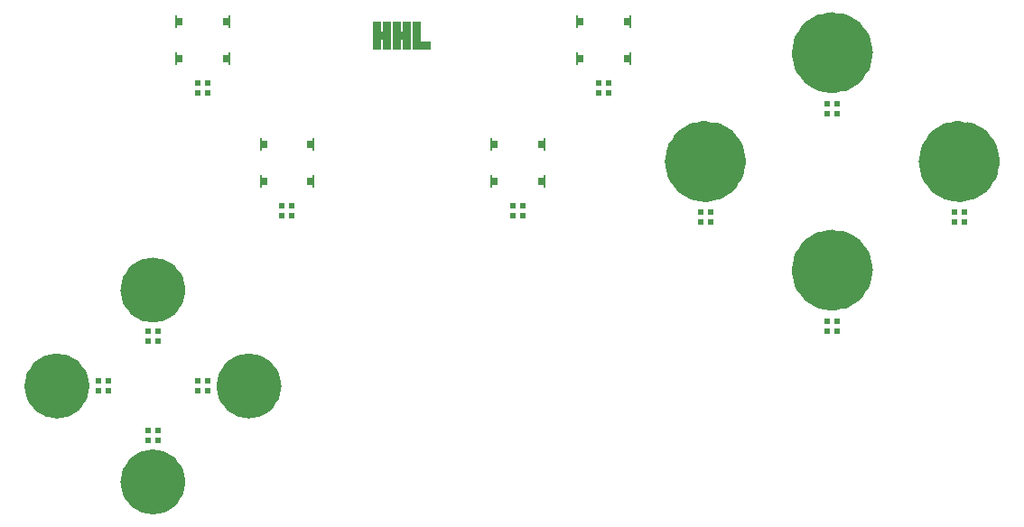
<source format=gbr>
G04 #@! TF.GenerationSoftware,KiCad,Pcbnew,7.0.2*
G04 #@! TF.CreationDate,2023-06-06T21:42:25-07:00*
G04 #@! TF.ProjectId,procon_gcc_button_board,70726f63-6f6e-45f6-9763-635f62757474,rev?*
G04 #@! TF.SameCoordinates,Original*
G04 #@! TF.FileFunction,Soldermask,Top*
G04 #@! TF.FilePolarity,Negative*
%FSLAX46Y46*%
G04 Gerber Fmt 4.6, Leading zero omitted, Abs format (unit mm)*
G04 Created by KiCad (PCBNEW 7.0.2) date 2023-06-06 21:42:25*
%MOMM*%
%LPD*%
G01*
G04 APERTURE LIST*
G04 Aperture macros list*
%AMFreePoly0*
4,1,21,-0.146464,0.553536,-0.145000,0.550000,-0.145000,0.355000,0.350000,0.355000,0.353536,0.353536,0.355000,0.350000,0.355000,-0.350000,0.353536,-0.353536,0.350000,-0.355000,-0.145000,-0.355000,-0.145000,-0.550000,-0.146464,-0.553536,-0.150000,-0.555000,-0.350000,-0.555000,-0.353536,-0.553536,-0.355000,-0.550000,-0.355000,0.550000,-0.353536,0.553536,-0.350000,0.555000,-0.150000,0.555000,
-0.146464,0.553536,-0.146464,0.553536,$1*%
G04 Aperture macros list end*
%ADD10C,0.025000*%
%ADD11C,3.050000*%
%ADD12C,3.800000*%
%ADD13FreePoly0,0.000000*%
%ADD14FreePoly0,180.000000*%
%ADD15R,0.550000X0.550000*%
G04 APERTURE END LIST*
D10*
X144475200Y-118133298D02*
X145429155Y-118133298D01*
X145429155Y-118802667D01*
X143842541Y-118802667D01*
X143842541Y-116249495D01*
X144475200Y-116249495D01*
X144475200Y-118133298D01*
G36*
X144475200Y-118133298D02*
G01*
X145429155Y-118133298D01*
X145429155Y-118802667D01*
X143842541Y-118802667D01*
X143842541Y-116249495D01*
X144475200Y-116249495D01*
X144475200Y-118133298D01*
G37*
X141709066Y-118802667D02*
X141028205Y-118802667D01*
X141028205Y-117834545D01*
X140788549Y-117834545D01*
X140788549Y-118802667D01*
X140103249Y-118802667D01*
X140103249Y-116250015D01*
X140786263Y-116249495D01*
X140786263Y-117172297D01*
X141028205Y-117172297D01*
X141028205Y-116249495D01*
X141709066Y-116249495D01*
X141709066Y-118802667D01*
G36*
X141709066Y-118802667D02*
G01*
X141028205Y-118802667D01*
X141028205Y-117834545D01*
X140788549Y-117834545D01*
X140788549Y-118802667D01*
X140103249Y-118802667D01*
X140103249Y-116250015D01*
X140786263Y-116249495D01*
X140786263Y-117172297D01*
X141028205Y-117172297D01*
X141028205Y-116249495D01*
X141709066Y-116249495D01*
X141709066Y-118802667D01*
G37*
X143559066Y-118802667D02*
X142878205Y-118802667D01*
X142878205Y-117834545D01*
X142638549Y-117834545D01*
X142638549Y-118802667D01*
X141953249Y-118802667D01*
X141953249Y-116250015D01*
X142636263Y-116249495D01*
X142636263Y-117172297D01*
X142878205Y-117172297D01*
X142878205Y-116249495D01*
X143559066Y-116249495D01*
X143559066Y-118802667D01*
G36*
X143559066Y-118802667D02*
G01*
X142878205Y-118802667D01*
X142878205Y-117834545D01*
X142638549Y-117834545D01*
X142638549Y-118802667D01*
X141953249Y-118802667D01*
X141953249Y-116250015D01*
X142636263Y-116249495D01*
X142636263Y-117172297D01*
X142878205Y-117172297D01*
X142878205Y-116249495D01*
X143559066Y-116249495D01*
X143559066Y-118802667D01*
G37*
D11*
X121003000Y-159421000D02*
G75*
G03*
X121003000Y-159421000I-1525000J0D01*
G01*
D12*
X173178000Y-129346000D02*
G75*
G03*
X173178000Y-129346000I-1900000J0D01*
G01*
X196978000Y-129346000D02*
G75*
G03*
X196978000Y-129346000I-1900000J0D01*
G01*
X185078000Y-139546000D02*
G75*
G03*
X185078000Y-139546000I-1900000J0D01*
G01*
D11*
X112003000Y-150421000D02*
G75*
G03*
X112003000Y-150421000I-1525000J0D01*
G01*
D12*
X185078000Y-119146000D02*
G75*
G03*
X185078000Y-119146000I-1900000J0D01*
G01*
D11*
X130003000Y-150421000D02*
G75*
G03*
X130003000Y-150421000I-1525000J0D01*
G01*
X121003000Y-141421000D02*
G75*
G03*
X121003000Y-141421000I-1525000J0D01*
G01*
D13*
X159523000Y-116236000D03*
D14*
X163973000Y-116236000D03*
D13*
X159523000Y-119736000D03*
D14*
X163973000Y-119736000D03*
D13*
X129823000Y-127736000D03*
D14*
X134273000Y-127736000D03*
D13*
X129823000Y-131236000D03*
D14*
X134273000Y-131236000D03*
D15*
X131573000Y-134461000D03*
X132523000Y-134461000D03*
X132523000Y-133511000D03*
X131573000Y-133511000D03*
D13*
X121923000Y-116236000D03*
D14*
X126373000Y-116236000D03*
D13*
X121923000Y-119736000D03*
D14*
X126373000Y-119736000D03*
D15*
X119003000Y-146246000D03*
X119953000Y-146246000D03*
X119953000Y-145296000D03*
X119003000Y-145296000D03*
X119003000Y-155546000D03*
X119953000Y-155546000D03*
X119953000Y-154596000D03*
X119003000Y-154596000D03*
X182703000Y-145271000D03*
X183653000Y-145271000D03*
X183653000Y-144321000D03*
X182703000Y-144321000D03*
X123673000Y-122961000D03*
X124623000Y-122961000D03*
X124623000Y-122011000D03*
X123673000Y-122011000D03*
X170803000Y-135071000D03*
X171753000Y-135071000D03*
X171753000Y-134121000D03*
X170803000Y-134121000D03*
X114353000Y-150896000D03*
X115303000Y-150896000D03*
X115303000Y-149946000D03*
X114353000Y-149946000D03*
X123653000Y-150896000D03*
X124603000Y-150896000D03*
X124603000Y-149946000D03*
X123653000Y-149946000D03*
X194603000Y-135071000D03*
X195553000Y-135071000D03*
X195553000Y-134121000D03*
X194603000Y-134121000D03*
X153223000Y-134461000D03*
X154173000Y-134461000D03*
X154173000Y-133511000D03*
X153223000Y-133511000D03*
X182703000Y-124871000D03*
X183653000Y-124871000D03*
X183653000Y-123921000D03*
X182703000Y-123921000D03*
D13*
X151473000Y-127736000D03*
D14*
X155923000Y-127736000D03*
D13*
X151473000Y-131236000D03*
D14*
X155923000Y-131236000D03*
D15*
X161273000Y-122961000D03*
X162223000Y-122961000D03*
X162223000Y-122011000D03*
X161273000Y-122011000D03*
M02*

</source>
